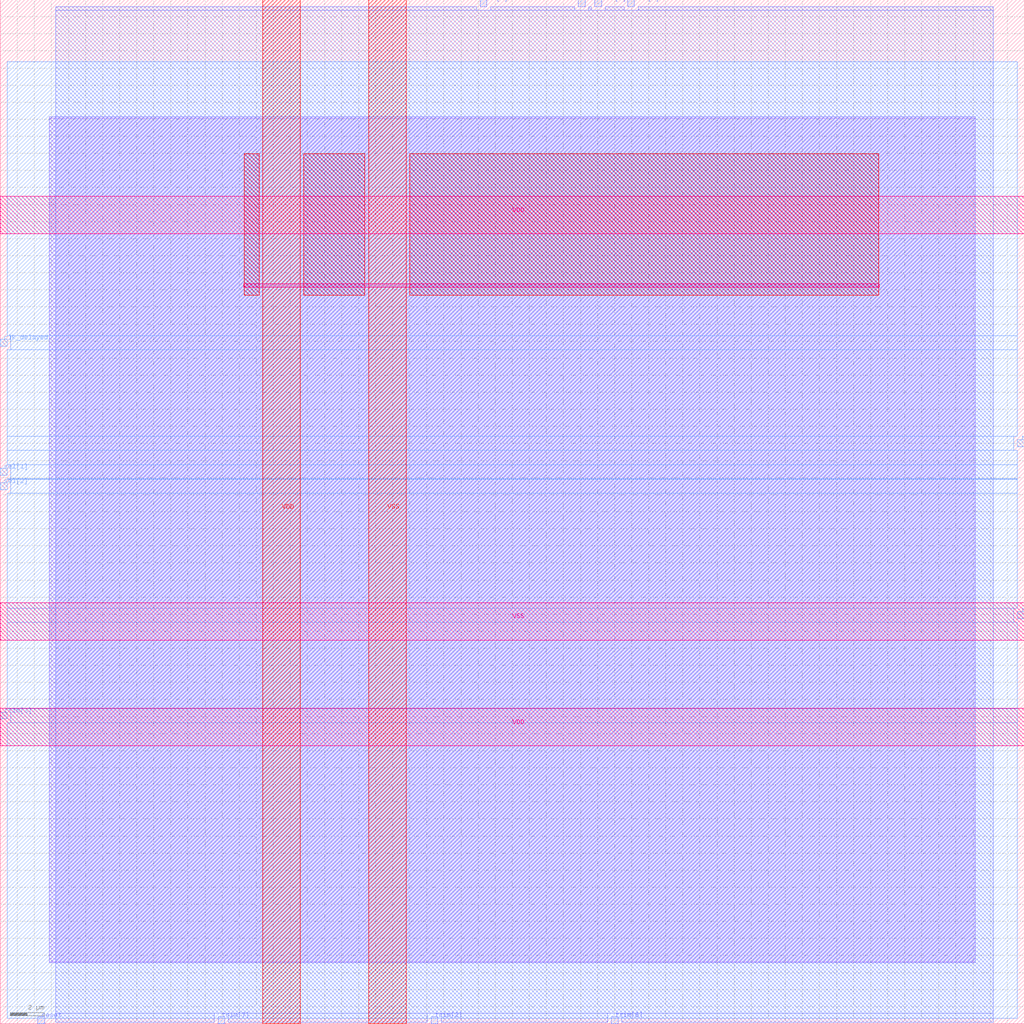
<source format=lef>
VERSION 5.7 ;
  NOWIREEXTENSIONATPIN ON ;
  DIVIDERCHAR "/" ;
  BUSBITCHARS "[]" ;
MACRO delay_line
  CLASS BLOCK ;
  FOREIGN delay_line ;
  ORIGIN 0.000 0.000 ;
  SIZE 60.000 BY 60.000 ;
  PIN VDD
    DIRECTION INOUT ;
    USE POWER ;
    PORT
      LAYER Metal4 ;
        RECT 15.380 0.000 17.580 60.000 ;
    END
    PORT
      LAYER Metal5 ;
        RECT 0.000 16.280 60.000 18.480 ;
    END
    PORT
      LAYER Metal5 ;
        RECT 0.000 46.280 60.000 48.480 ;
    END
  END VDD
  PIN VSS
    DIRECTION INOUT ;
    USE GROUND ;
    PORT
      LAYER Metal4 ;
        RECT 21.580 0.000 23.780 60.000 ;
    END
    PORT
      LAYER Metal5 ;
        RECT 0.000 22.480 60.000 24.680 ;
    END
  END VSS
  PIN clk
    DIRECTION INPUT ;
    USE SIGNAL ;
    ANTENNAGATEAREA 0.213200 ;
    PORT
      LAYER Metal2 ;
        RECT 33.880 59.600 34.280 60.000 ;
    END
  END clk
  PIN clk_delayed
    DIRECTION OUTPUT ;
    USE SIGNAL ;
    ANTENNADIFFAREA 0.708600 ;
    PORT
      LAYER Metal3 ;
        RECT 0.000 39.700 0.400 40.100 ;
    END
  END clk_delayed
  PIN reset
    DIRECTION INPUT ;
    USE SIGNAL ;
    PORT
      LAYER Metal2 ;
        RECT 2.200 0.000 2.600 0.400 ;
    END
  END reset
  PIN sel[0]
    DIRECTION INPUT ;
    USE SIGNAL ;
    ANTENNAGATEAREA 0.180700 ;
    PORT
      LAYER Metal2 ;
        RECT 28.120 59.600 28.520 60.000 ;
    END
  END sel[0]
  PIN sel[1]
    DIRECTION INPUT ;
    USE SIGNAL ;
    ANTENNAGATEAREA 0.180700 ;
    PORT
      LAYER Metal3 ;
        RECT 0.000 32.140 0.400 32.540 ;
    END
  END sel[1]
  PIN sel[2]
    DIRECTION INPUT ;
    USE SIGNAL ;
    ANTENNAGATEAREA 0.180700 ;
    PORT
      LAYER Metal3 ;
        RECT 0.000 31.300 0.400 31.700 ;
    END
  END sel[2]
  PIN trim[0]
    DIRECTION INPUT ;
    USE SIGNAL ;
    ANTENNAGATEAREA 0.180700 ;
    PORT
      LAYER Metal2 ;
        RECT 34.840 59.600 35.240 60.000 ;
    END
  END trim[0]
  PIN trim[1]
    DIRECTION INPUT ;
    USE SIGNAL ;
    ANTENNAGATEAREA 0.180700 ;
    PORT
      LAYER Metal3 ;
        RECT 59.600 23.740 60.000 24.140 ;
    END
  END trim[1]
  PIN trim[2]
    DIRECTION INPUT ;
    USE SIGNAL ;
    ANTENNAGATEAREA 0.180700 ;
    PORT
      LAYER Metal2 ;
        RECT 25.240 0.000 25.640 0.400 ;
    END
  END trim[2]
  PIN trim[3]
    DIRECTION INPUT ;
    USE SIGNAL ;
    ANTENNAGATEAREA 0.180700 ;
    PORT
      LAYER Metal3 ;
        RECT 0.000 17.860 0.400 18.260 ;
    END
  END trim[3]
  PIN trim[4]
    DIRECTION INPUT ;
    USE SIGNAL ;
    ANTENNAGATEAREA 0.180700 ;
    PORT
      LAYER Metal2 ;
        RECT 36.760 59.600 37.160 60.000 ;
    END
  END trim[4]
  PIN trim[5]
    DIRECTION INPUT ;
    USE SIGNAL ;
    ANTENNAGATEAREA 0.180700 ;
    PORT
      LAYER Metal3 ;
        RECT 59.600 33.820 60.000 34.220 ;
    END
  END trim[5]
  PIN trim[6]
    DIRECTION INPUT ;
    USE SIGNAL ;
    ANTENNAGATEAREA 0.180700 ;
    PORT
      LAYER Metal2 ;
        RECT 35.800 0.000 36.200 0.400 ;
    END
  END trim[6]
  PIN trim[7]
    DIRECTION INPUT ;
    USE SIGNAL ;
    ANTENNAGATEAREA 0.180700 ;
    PORT
      LAYER Metal2 ;
        RECT 12.760 0.000 13.160 0.400 ;
    END
  END trim[7]
  OBS
      LAYER GatPoly ;
        RECT 2.880 3.630 57.120 53.070 ;
      LAYER Metal1 ;
        RECT 2.880 3.560 57.120 53.140 ;
      LAYER Metal2 ;
        RECT 3.255 59.390 27.910 59.600 ;
        RECT 28.730 59.390 33.670 59.600 ;
        RECT 34.490 59.390 34.630 59.600 ;
        RECT 35.450 59.390 36.550 59.600 ;
        RECT 37.370 59.390 58.185 59.600 ;
        RECT 3.255 0.610 58.185 59.390 ;
        RECT 3.255 0.100 12.550 0.610 ;
        RECT 13.370 0.100 25.030 0.610 ;
        RECT 25.850 0.100 35.590 0.610 ;
        RECT 36.410 0.100 58.185 0.610 ;
      LAYER Metal3 ;
        RECT 0.400 40.310 59.600 56.380 ;
        RECT 0.610 39.490 59.600 40.310 ;
        RECT 0.400 34.430 59.600 39.490 ;
        RECT 0.400 33.610 59.390 34.430 ;
        RECT 0.400 32.750 59.600 33.610 ;
        RECT 0.610 31.930 59.600 32.750 ;
        RECT 0.400 31.910 59.600 31.930 ;
        RECT 0.610 31.090 59.600 31.910 ;
        RECT 0.400 24.350 59.600 31.090 ;
        RECT 0.400 23.530 59.390 24.350 ;
        RECT 0.400 18.470 59.600 23.530 ;
        RECT 0.610 17.650 59.600 18.470 ;
        RECT 0.400 0.320 59.600 17.650 ;
      LAYER Metal4 ;
        RECT 14.295 42.690 15.170 50.965 ;
        RECT 17.790 42.690 21.370 50.965 ;
        RECT 23.990 42.690 51.465 50.965 ;
      LAYER Metal5 ;
        RECT 14.255 43.160 51.505 43.360 ;
  END
END delay_line
END LIBRARY


</source>
